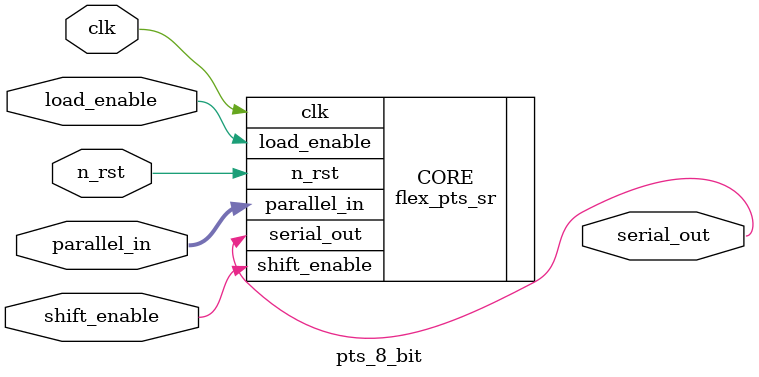
<source format=sv>

module pts_8_bit
(
  input wire clk,
  input wire n_rst,
  input wire shift_enable,
  input wire load_enable,
  input wire [7:0] parallel_in,
  output reg serial_out 
);

  flex_pts_sr #(
    .SHIFT_MSB(0)
  )
  CORE(
    .clk(clk),
    .n_rst(n_rst),
    .parallel_in(parallel_in),
    .shift_enable(shift_enable),
    .load_enable(load_enable),
    .serial_out(serial_out)
  );

endmodule
</source>
